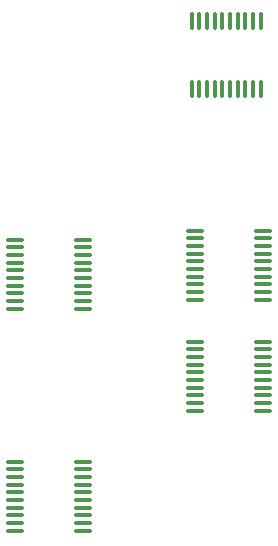
<source format=gtp>
G04 #@! TF.GenerationSoftware,KiCad,Pcbnew,(6.0.5)*
G04 #@! TF.CreationDate,2024-06-24T20:21:06-07:00*
G04 #@! TF.ProjectId,MCL6809_PCB,4d434c36-3830-4395-9f50-43422e6b6963,rev?*
G04 #@! TF.SameCoordinates,Original*
G04 #@! TF.FileFunction,Paste,Top*
G04 #@! TF.FilePolarity,Positive*
%FSLAX46Y46*%
G04 Gerber Fmt 4.6, Leading zero omitted, Abs format (unit mm)*
G04 Created by KiCad (PCBNEW (6.0.5)) date 2024-06-24 20:21:06*
%MOMM*%
%LPD*%
G01*
G04 APERTURE LIST*
G04 Aperture macros list*
%AMRoundRect*
0 Rectangle with rounded corners*
0 $1 Rounding radius*
0 $2 $3 $4 $5 $6 $7 $8 $9 X,Y pos of 4 corners*
0 Add a 4 corners polygon primitive as box body*
4,1,4,$2,$3,$4,$5,$6,$7,$8,$9,$2,$3,0*
0 Add four circle primitives for the rounded corners*
1,1,$1+$1,$2,$3*
1,1,$1+$1,$4,$5*
1,1,$1+$1,$6,$7*
1,1,$1+$1,$8,$9*
0 Add four rect primitives between the rounded corners*
20,1,$1+$1,$2,$3,$4,$5,0*
20,1,$1+$1,$4,$5,$6,$7,0*
20,1,$1+$1,$6,$7,$8,$9,0*
20,1,$1+$1,$8,$9,$2,$3,0*%
G04 Aperture macros list end*
%ADD10RoundRect,0.100000X0.637500X0.100000X-0.637500X0.100000X-0.637500X-0.100000X0.637500X-0.100000X0*%
%ADD11RoundRect,0.100000X-0.637500X-0.100000X0.637500X-0.100000X0.637500X0.100000X-0.637500X0.100000X0*%
%ADD12RoundRect,0.100000X-0.100000X0.637500X-0.100000X-0.637500X0.100000X-0.637500X0.100000X0.637500X0*%
G04 APERTURE END LIST*
D10*
X178122500Y-119257000D03*
X178122500Y-118607000D03*
X178122500Y-117957000D03*
X178122500Y-117307000D03*
X178122500Y-116657000D03*
X178122500Y-116007000D03*
X178122500Y-115357000D03*
X178122500Y-114707000D03*
X178122500Y-114057000D03*
X178122500Y-113407000D03*
X172397500Y-113407000D03*
X172397500Y-114057000D03*
X172397500Y-114707000D03*
X172397500Y-115357000D03*
X172397500Y-116007000D03*
X172397500Y-116657000D03*
X172397500Y-117307000D03*
X172397500Y-117957000D03*
X172397500Y-118607000D03*
X172397500Y-119257000D03*
D11*
X157157500Y-123567000D03*
X157157500Y-124217000D03*
X157157500Y-124867000D03*
X157157500Y-125517000D03*
X157157500Y-126167000D03*
X157157500Y-126817000D03*
X157157500Y-127467000D03*
X157157500Y-128117000D03*
X157157500Y-128767000D03*
X157157500Y-129417000D03*
X162882500Y-129417000D03*
X162882500Y-128767000D03*
X162882500Y-128117000D03*
X162882500Y-127467000D03*
X162882500Y-126817000D03*
X162882500Y-126167000D03*
X162882500Y-125517000D03*
X162882500Y-124867000D03*
X162882500Y-124217000D03*
X162882500Y-123567000D03*
D12*
X177931000Y-86291500D03*
X177281000Y-86291500D03*
X176631000Y-86291500D03*
X175981000Y-86291500D03*
X175331000Y-86291500D03*
X174681000Y-86291500D03*
X174031000Y-86291500D03*
X173381000Y-86291500D03*
X172731000Y-86291500D03*
X172081000Y-86291500D03*
X172081000Y-92016500D03*
X172731000Y-92016500D03*
X173381000Y-92016500D03*
X174031000Y-92016500D03*
X174681000Y-92016500D03*
X175331000Y-92016500D03*
X175981000Y-92016500D03*
X176631000Y-92016500D03*
X177281000Y-92016500D03*
X177931000Y-92016500D03*
D11*
X172397500Y-104009000D03*
X172397500Y-104659000D03*
X172397500Y-105309000D03*
X172397500Y-105959000D03*
X172397500Y-106609000D03*
X172397500Y-107259000D03*
X172397500Y-107909000D03*
X172397500Y-108559000D03*
X172397500Y-109209000D03*
X172397500Y-109859000D03*
X178122500Y-109859000D03*
X178122500Y-109209000D03*
X178122500Y-108559000D03*
X178122500Y-107909000D03*
X178122500Y-107259000D03*
X178122500Y-106609000D03*
X178122500Y-105959000D03*
X178122500Y-105309000D03*
X178122500Y-104659000D03*
X178122500Y-104009000D03*
X157157500Y-104771000D03*
X157157500Y-105421000D03*
X157157500Y-106071000D03*
X157157500Y-106721000D03*
X157157500Y-107371000D03*
X157157500Y-108021000D03*
X157157500Y-108671000D03*
X157157500Y-109321000D03*
X157157500Y-109971000D03*
X157157500Y-110621000D03*
X162882500Y-110621000D03*
X162882500Y-109971000D03*
X162882500Y-109321000D03*
X162882500Y-108671000D03*
X162882500Y-108021000D03*
X162882500Y-107371000D03*
X162882500Y-106721000D03*
X162882500Y-106071000D03*
X162882500Y-105421000D03*
X162882500Y-104771000D03*
M02*

</source>
